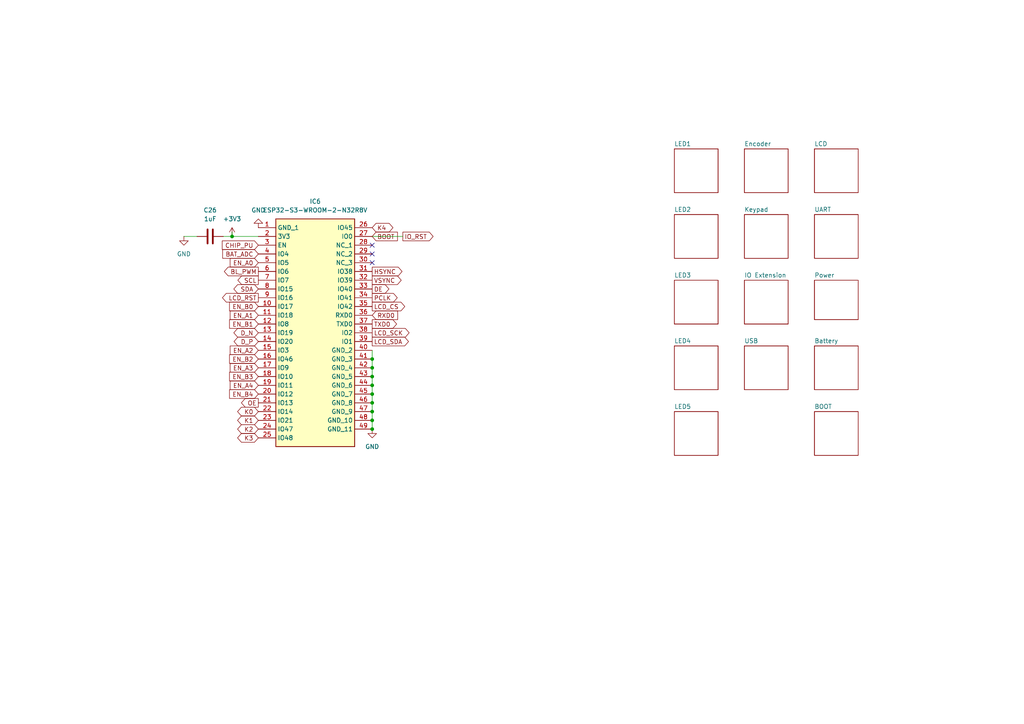
<source format=kicad_sch>
(kicad_sch
	(version 20231120)
	(generator "eeschema")
	(generator_version "8.0")
	(uuid "e4d3289e-0ccf-4dc8-988c-0c08b099df28")
	(paper "A4")
	(lib_symbols
		(symbol "Device:C"
			(pin_numbers hide)
			(pin_names
				(offset 0.254)
			)
			(exclude_from_sim no)
			(in_bom yes)
			(on_board yes)
			(property "Reference" "C"
				(at 0.635 2.54 0)
				(effects
					(font
						(size 1.27 1.27)
					)
					(justify left)
				)
			)
			(property "Value" "C"
				(at 0.635 -2.54 0)
				(effects
					(font
						(size 1.27 1.27)
					)
					(justify left)
				)
			)
			(property "Footprint" ""
				(at 0.9652 -3.81 0)
				(effects
					(font
						(size 1.27 1.27)
					)
					(hide yes)
				)
			)
			(property "Datasheet" "~"
				(at 0 0 0)
				(effects
					(font
						(size 1.27 1.27)
					)
					(hide yes)
				)
			)
			(property "Description" "Unpolarized capacitor"
				(at 0 0 0)
				(effects
					(font
						(size 1.27 1.27)
					)
					(hide yes)
				)
			)
			(property "ki_keywords" "cap capacitor"
				(at 0 0 0)
				(effects
					(font
						(size 1.27 1.27)
					)
					(hide yes)
				)
			)
			(property "ki_fp_filters" "C_*"
				(at 0 0 0)
				(effects
					(font
						(size 1.27 1.27)
					)
					(hide yes)
				)
			)
			(symbol "C_0_1"
				(polyline
					(pts
						(xy -2.032 -0.762) (xy 2.032 -0.762)
					)
					(stroke
						(width 0.508)
						(type default)
					)
					(fill
						(type none)
					)
				)
				(polyline
					(pts
						(xy -2.032 0.762) (xy 2.032 0.762)
					)
					(stroke
						(width 0.508)
						(type default)
					)
					(fill
						(type none)
					)
				)
			)
			(symbol "C_1_1"
				(pin passive line
					(at 0 3.81 270)
					(length 2.794)
					(name "~"
						(effects
							(font
								(size 1.27 1.27)
							)
						)
					)
					(number "1"
						(effects
							(font
								(size 1.27 1.27)
							)
						)
					)
				)
				(pin passive line
					(at 0 -3.81 90)
					(length 2.794)
					(name "~"
						(effects
							(font
								(size 1.27 1.27)
							)
						)
					)
					(number "2"
						(effects
							(font
								(size 1.27 1.27)
							)
						)
					)
				)
			)
		)
		(symbol "ESP32-S3-WROOM-2-N32R8V:ESP32-S3-WROOM-2-N32R8V"
			(exclude_from_sim no)
			(in_bom yes)
			(on_board yes)
			(property "Reference" "IC"
				(at 29.21 7.62 0)
				(effects
					(font
						(size 1.27 1.27)
					)
					(justify left top)
				)
			)
			(property "Value" "ESP32-S3-WROOM-2-N32R8V"
				(at 29.21 5.08 0)
				(effects
					(font
						(size 1.27 1.27)
					)
					(justify left top)
				)
			)
			(property "Footprint" "ESP32S3WROOM2N32R8V"
				(at 29.21 -94.92 0)
				(effects
					(font
						(size 1.27 1.27)
					)
					(justify left top)
					(hide yes)
				)
			)
			(property "Datasheet" "https://www.espressif.com/sites/default/files/documentation/esp32-s3-wroom-2_datasheet_en.pdf"
				(at 29.21 -194.92 0)
				(effects
					(font
						(size 1.27 1.27)
					)
					(justify left top)
					(hide yes)
				)
			)
			(property "Description" "WiFi Modules - 802.11 [ENGINEERING SAMPLES] SMD Module, ESP32-S3R8 with 1.8V 8 MB Octal PSRAM, 32 MB Octal SPI Flash, PCB Antenna"
				(at 0 0 0)
				(effects
					(font
						(size 1.27 1.27)
					)
					(hide yes)
				)
			)
			(property "Height" "3.25"
				(at 29.21 -394.92 0)
				(effects
					(font
						(size 1.27 1.27)
					)
					(justify left top)
					(hide yes)
				)
			)
			(property "Manufacturer_Name" "Espressif Systems"
				(at 29.21 -494.92 0)
				(effects
					(font
						(size 1.27 1.27)
					)
					(justify left top)
					(hide yes)
				)
			)
			(property "Manufacturer_Part_Number" "ESP32-S3-WROOM-2-N32R8V"
				(at 29.21 -594.92 0)
				(effects
					(font
						(size 1.27 1.27)
					)
					(justify left top)
					(hide yes)
				)
			)
			(property "Mouser Part Number" "356-ESP3S3WRM2N32R8V"
				(at 29.21 -694.92 0)
				(effects
					(font
						(size 1.27 1.27)
					)
					(justify left top)
					(hide yes)
				)
			)
			(property "Mouser Price/Stock" "https://www.mouser.co.uk/ProductDetail/Espressif-Systems/ESP32-S3-WROOM-2-N32R8V?qs=Li%252BoUPsLEntC3FaT%2FvCeug%3D%3D"
				(at 29.21 -794.92 0)
				(effects
					(font
						(size 1.27 1.27)
					)
					(justify left top)
					(hide yes)
				)
			)
			(property "Arrow Part Number" ""
				(at 29.21 -894.92 0)
				(effects
					(font
						(size 1.27 1.27)
					)
					(justify left top)
					(hide yes)
				)
			)
			(property "Arrow Price/Stock" ""
				(at 29.21 -994.92 0)
				(effects
					(font
						(size 1.27 1.27)
					)
					(justify left top)
					(hide yes)
				)
			)
			(symbol "ESP32-S3-WROOM-2-N32R8V_1_1"
				(rectangle
					(start 5.08 2.54)
					(end 27.94 -63.5)
					(stroke
						(width 0.254)
						(type default)
					)
					(fill
						(type background)
					)
				)
				(pin passive line
					(at 0 0 0)
					(length 5.08)
					(name "GND_1"
						(effects
							(font
								(size 1.27 1.27)
							)
						)
					)
					(number "1"
						(effects
							(font
								(size 1.27 1.27)
							)
						)
					)
				)
				(pin passive line
					(at 0 -22.86 0)
					(length 5.08)
					(name "IO17"
						(effects
							(font
								(size 1.27 1.27)
							)
						)
					)
					(number "10"
						(effects
							(font
								(size 1.27 1.27)
							)
						)
					)
				)
				(pin passive line
					(at 0 -25.4 0)
					(length 5.08)
					(name "IO18"
						(effects
							(font
								(size 1.27 1.27)
							)
						)
					)
					(number "11"
						(effects
							(font
								(size 1.27 1.27)
							)
						)
					)
				)
				(pin passive line
					(at 0 -27.94 0)
					(length 5.08)
					(name "IO8"
						(effects
							(font
								(size 1.27 1.27)
							)
						)
					)
					(number "12"
						(effects
							(font
								(size 1.27 1.27)
							)
						)
					)
				)
				(pin passive line
					(at 0 -30.48 0)
					(length 5.08)
					(name "IO19"
						(effects
							(font
								(size 1.27 1.27)
							)
						)
					)
					(number "13"
						(effects
							(font
								(size 1.27 1.27)
							)
						)
					)
				)
				(pin passive line
					(at 0 -33.02 0)
					(length 5.08)
					(name "IO20"
						(effects
							(font
								(size 1.27 1.27)
							)
						)
					)
					(number "14"
						(effects
							(font
								(size 1.27 1.27)
							)
						)
					)
				)
				(pin passive line
					(at 0 -35.56 0)
					(length 5.08)
					(name "IO3"
						(effects
							(font
								(size 1.27 1.27)
							)
						)
					)
					(number "15"
						(effects
							(font
								(size 1.27 1.27)
							)
						)
					)
				)
				(pin passive line
					(at 0 -38.1 0)
					(length 5.08)
					(name "IO46"
						(effects
							(font
								(size 1.27 1.27)
							)
						)
					)
					(number "16"
						(effects
							(font
								(size 1.27 1.27)
							)
						)
					)
				)
				(pin passive line
					(at 0 -40.64 0)
					(length 5.08)
					(name "IO9"
						(effects
							(font
								(size 1.27 1.27)
							)
						)
					)
					(number "17"
						(effects
							(font
								(size 1.27 1.27)
							)
						)
					)
				)
				(pin passive line
					(at 0 -43.18 0)
					(length 5.08)
					(name "IO10"
						(effects
							(font
								(size 1.27 1.27)
							)
						)
					)
					(number "18"
						(effects
							(font
								(size 1.27 1.27)
							)
						)
					)
				)
				(pin passive line
					(at 0 -45.72 0)
					(length 5.08)
					(name "IO11"
						(effects
							(font
								(size 1.27 1.27)
							)
						)
					)
					(number "19"
						(effects
							(font
								(size 1.27 1.27)
							)
						)
					)
				)
				(pin passive line
					(at 0 -2.54 0)
					(length 5.08)
					(name "3V3"
						(effects
							(font
								(size 1.27 1.27)
							)
						)
					)
					(number "2"
						(effects
							(font
								(size 1.27 1.27)
							)
						)
					)
				)
				(pin passive line
					(at 0 -48.26 0)
					(length 5.08)
					(name "IO12"
						(effects
							(font
								(size 1.27 1.27)
							)
						)
					)
					(number "20"
						(effects
							(font
								(size 1.27 1.27)
							)
						)
					)
				)
				(pin passive line
					(at 0 -50.8 0)
					(length 5.08)
					(name "IO13"
						(effects
							(font
								(size 1.27 1.27)
							)
						)
					)
					(number "21"
						(effects
							(font
								(size 1.27 1.27)
							)
						)
					)
				)
				(pin passive line
					(at 0 -53.34 0)
					(length 5.08)
					(name "IO14"
						(effects
							(font
								(size 1.27 1.27)
							)
						)
					)
					(number "22"
						(effects
							(font
								(size 1.27 1.27)
							)
						)
					)
				)
				(pin passive line
					(at 0 -55.88 0)
					(length 5.08)
					(name "IO21"
						(effects
							(font
								(size 1.27 1.27)
							)
						)
					)
					(number "23"
						(effects
							(font
								(size 1.27 1.27)
							)
						)
					)
				)
				(pin passive line
					(at 0 -58.42 0)
					(length 5.08)
					(name "IO47"
						(effects
							(font
								(size 1.27 1.27)
							)
						)
					)
					(number "24"
						(effects
							(font
								(size 1.27 1.27)
							)
						)
					)
				)
				(pin passive line
					(at 0 -60.96 0)
					(length 5.08)
					(name "IO48"
						(effects
							(font
								(size 1.27 1.27)
							)
						)
					)
					(number "25"
						(effects
							(font
								(size 1.27 1.27)
							)
						)
					)
				)
				(pin passive line
					(at 33.02 0 180)
					(length 5.08)
					(name "IO45"
						(effects
							(font
								(size 1.27 1.27)
							)
						)
					)
					(number "26"
						(effects
							(font
								(size 1.27 1.27)
							)
						)
					)
				)
				(pin passive line
					(at 33.02 -2.54 180)
					(length 5.08)
					(name "IO0"
						(effects
							(font
								(size 1.27 1.27)
							)
						)
					)
					(number "27"
						(effects
							(font
								(size 1.27 1.27)
							)
						)
					)
				)
				(pin passive line
					(at 33.02 -5.08 180)
					(length 5.08)
					(name "NC_1"
						(effects
							(font
								(size 1.27 1.27)
							)
						)
					)
					(number "28"
						(effects
							(font
								(size 1.27 1.27)
							)
						)
					)
				)
				(pin passive line
					(at 33.02 -7.62 180)
					(length 5.08)
					(name "NC_2"
						(effects
							(font
								(size 1.27 1.27)
							)
						)
					)
					(number "29"
						(effects
							(font
								(size 1.27 1.27)
							)
						)
					)
				)
				(pin passive line
					(at 0 -5.08 0)
					(length 5.08)
					(name "EN"
						(effects
							(font
								(size 1.27 1.27)
							)
						)
					)
					(number "3"
						(effects
							(font
								(size 1.27 1.27)
							)
						)
					)
				)
				(pin passive line
					(at 33.02 -10.16 180)
					(length 5.08)
					(name "NC_3"
						(effects
							(font
								(size 1.27 1.27)
							)
						)
					)
					(number "30"
						(effects
							(font
								(size 1.27 1.27)
							)
						)
					)
				)
				(pin passive line
					(at 33.02 -12.7 180)
					(length 5.08)
					(name "IO38"
						(effects
							(font
								(size 1.27 1.27)
							)
						)
					)
					(number "31"
						(effects
							(font
								(size 1.27 1.27)
							)
						)
					)
				)
				(pin passive line
					(at 33.02 -15.24 180)
					(length 5.08)
					(name "IO39"
						(effects
							(font
								(size 1.27 1.27)
							)
						)
					)
					(number "32"
						(effects
							(font
								(size 1.27 1.27)
							)
						)
					)
				)
				(pin passive line
					(at 33.02 -17.78 180)
					(length 5.08)
					(name "IO40"
						(effects
							(font
								(size 1.27 1.27)
							)
						)
					)
					(number "33"
						(effects
							(font
								(size 1.27 1.27)
							)
						)
					)
				)
				(pin passive line
					(at 33.02 -20.32 180)
					(length 5.08)
					(name "IO41"
						(effects
							(font
								(size 1.27 1.27)
							)
						)
					)
					(number "34"
						(effects
							(font
								(size 1.27 1.27)
							)
						)
					)
				)
				(pin passive line
					(at 33.02 -22.86 180)
					(length 5.08)
					(name "IO42"
						(effects
							(font
								(size 1.27 1.27)
							)
						)
					)
					(number "35"
						(effects
							(font
								(size 1.27 1.27)
							)
						)
					)
				)
				(pin passive line
					(at 33.02 -25.4 180)
					(length 5.08)
					(name "RXD0"
						(effects
							(font
								(size 1.27 1.27)
							)
						)
					)
					(number "36"
						(effects
							(font
								(size 1.27 1.27)
							)
						)
					)
				)
				(pin passive line
					(at 33.02 -27.94 180)
					(length 5.08)
					(name "TXD0"
						(effects
							(font
								(size 1.27 1.27)
							)
						)
					)
					(number "37"
						(effects
							(font
								(size 1.27 1.27)
							)
						)
					)
				)
				(pin passive line
					(at 33.02 -30.48 180)
					(length 5.08)
					(name "IO2"
						(effects
							(font
								(size 1.27 1.27)
							)
						)
					)
					(number "38"
						(effects
							(font
								(size 1.27 1.27)
							)
						)
					)
				)
				(pin passive line
					(at 33.02 -33.02 180)
					(length 5.08)
					(name "IO1"
						(effects
							(font
								(size 1.27 1.27)
							)
						)
					)
					(number "39"
						(effects
							(font
								(size 1.27 1.27)
							)
						)
					)
				)
				(pin passive line
					(at 0 -7.62 0)
					(length 5.08)
					(name "IO4"
						(effects
							(font
								(size 1.27 1.27)
							)
						)
					)
					(number "4"
						(effects
							(font
								(size 1.27 1.27)
							)
						)
					)
				)
				(pin passive line
					(at 33.02 -35.56 180)
					(length 5.08)
					(name "GND_2"
						(effects
							(font
								(size 1.27 1.27)
							)
						)
					)
					(number "40"
						(effects
							(font
								(size 1.27 1.27)
							)
						)
					)
				)
				(pin passive line
					(at 33.02 -38.1 180)
					(length 5.08)
					(name "GND_3"
						(effects
							(font
								(size 1.27 1.27)
							)
						)
					)
					(number "41"
						(effects
							(font
								(size 1.27 1.27)
							)
						)
					)
				)
				(pin passive line
					(at 33.02 -40.64 180)
					(length 5.08)
					(name "GND_4"
						(effects
							(font
								(size 1.27 1.27)
							)
						)
					)
					(number "42"
						(effects
							(font
								(size 1.27 1.27)
							)
						)
					)
				)
				(pin passive line
					(at 33.02 -43.18 180)
					(length 5.08)
					(name "GND_5"
						(effects
							(font
								(size 1.27 1.27)
							)
						)
					)
					(number "43"
						(effects
							(font
								(size 1.27 1.27)
							)
						)
					)
				)
				(pin passive line
					(at 33.02 -45.72 180)
					(length 5.08)
					(name "GND_6"
						(effects
							(font
								(size 1.27 1.27)
							)
						)
					)
					(number "44"
						(effects
							(font
								(size 1.27 1.27)
							)
						)
					)
				)
				(pin passive line
					(at 33.02 -48.26 180)
					(length 5.08)
					(name "GND_7"
						(effects
							(font
								(size 1.27 1.27)
							)
						)
					)
					(number "45"
						(effects
							(font
								(size 1.27 1.27)
							)
						)
					)
				)
				(pin passive line
					(at 33.02 -50.8 180)
					(length 5.08)
					(name "GND_8"
						(effects
							(font
								(size 1.27 1.27)
							)
						)
					)
					(number "46"
						(effects
							(font
								(size 1.27 1.27)
							)
						)
					)
				)
				(pin passive line
					(at 33.02 -53.34 180)
					(length 5.08)
					(name "GND_9"
						(effects
							(font
								(size 1.27 1.27)
							)
						)
					)
					(number "47"
						(effects
							(font
								(size 1.27 1.27)
							)
						)
					)
				)
				(pin passive line
					(at 33.02 -55.88 180)
					(length 5.08)
					(name "GND_10"
						(effects
							(font
								(size 1.27 1.27)
							)
						)
					)
					(number "48"
						(effects
							(font
								(size 1.27 1.27)
							)
						)
					)
				)
				(pin passive line
					(at 33.02 -58.42 180)
					(length 5.08)
					(name "GND_11"
						(effects
							(font
								(size 1.27 1.27)
							)
						)
					)
					(number "49"
						(effects
							(font
								(size 1.27 1.27)
							)
						)
					)
				)
				(pin passive line
					(at 0 -10.16 0)
					(length 5.08)
					(name "IO5"
						(effects
							(font
								(size 1.27 1.27)
							)
						)
					)
					(number "5"
						(effects
							(font
								(size 1.27 1.27)
							)
						)
					)
				)
				(pin passive line
					(at 0 -12.7 0)
					(length 5.08)
					(name "IO6"
						(effects
							(font
								(size 1.27 1.27)
							)
						)
					)
					(number "6"
						(effects
							(font
								(size 1.27 1.27)
							)
						)
					)
				)
				(pin passive line
					(at 0 -15.24 0)
					(length 5.08)
					(name "IO7"
						(effects
							(font
								(size 1.27 1.27)
							)
						)
					)
					(number "7"
						(effects
							(font
								(size 1.27 1.27)
							)
						)
					)
				)
				(pin passive line
					(at 0 -17.78 0)
					(length 5.08)
					(name "IO15"
						(effects
							(font
								(size 1.27 1.27)
							)
						)
					)
					(number "8"
						(effects
							(font
								(size 1.27 1.27)
							)
						)
					)
				)
				(pin passive line
					(at 0 -20.32 0)
					(length 5.08)
					(name "IO16"
						(effects
							(font
								(size 1.27 1.27)
							)
						)
					)
					(number "9"
						(effects
							(font
								(size 1.27 1.27)
							)
						)
					)
				)
			)
		)
		(symbol "power:+3V3"
			(power)
			(pin_numbers hide)
			(pin_names
				(offset 0) hide)
			(exclude_from_sim no)
			(in_bom yes)
			(on_board yes)
			(property "Reference" "#PWR"
				(at 0 -3.81 0)
				(effects
					(font
						(size 1.27 1.27)
					)
					(hide yes)
				)
			)
			(property "Value" "+3V3"
				(at 0 3.556 0)
				(effects
					(font
						(size 1.27 1.27)
					)
				)
			)
			(property "Footprint" ""
				(at 0 0 0)
				(effects
					(font
						(size 1.27 1.27)
					)
					(hide yes)
				)
			)
			(property "Datasheet" ""
				(at 0 0 0)
				(effects
					(font
						(size 1.27 1.27)
					)
					(hide yes)
				)
			)
			(property "Description" "Power symbol creates a global label with name \"+3V3\""
				(at 0 0 0)
				(effects
					(font
						(size 1.27 1.27)
					)
					(hide yes)
				)
			)
			(property "ki_keywords" "global power"
				(at 0 0 0)
				(effects
					(font
						(size 1.27 1.27)
					)
					(hide yes)
				)
			)
			(symbol "+3V3_0_1"
				(polyline
					(pts
						(xy -0.762 1.27) (xy 0 2.54)
					)
					(stroke
						(width 0)
						(type default)
					)
					(fill
						(type none)
					)
				)
				(polyline
					(pts
						(xy 0 0) (xy 0 2.54)
					)
					(stroke
						(width 0)
						(type default)
					)
					(fill
						(type none)
					)
				)
				(polyline
					(pts
						(xy 0 2.54) (xy 0.762 1.27)
					)
					(stroke
						(width 0)
						(type default)
					)
					(fill
						(type none)
					)
				)
			)
			(symbol "+3V3_1_1"
				(pin power_in line
					(at 0 0 90)
					(length 0)
					(name "~"
						(effects
							(font
								(size 1.27 1.27)
							)
						)
					)
					(number "1"
						(effects
							(font
								(size 1.27 1.27)
							)
						)
					)
				)
			)
		)
		(symbol "power:GND"
			(power)
			(pin_numbers hide)
			(pin_names
				(offset 0) hide)
			(exclude_from_sim no)
			(in_bom yes)
			(on_board yes)
			(property "Reference" "#PWR"
				(at 0 -6.35 0)
				(effects
					(font
						(size 1.27 1.27)
					)
					(hide yes)
				)
			)
			(property "Value" "GND"
				(at 0 -3.81 0)
				(effects
					(font
						(size 1.27 1.27)
					)
				)
			)
			(property "Footprint" ""
				(at 0 0 0)
				(effects
					(font
						(size 1.27 1.27)
					)
					(hide yes)
				)
			)
			(property "Datasheet" ""
				(at 0 0 0)
				(effects
					(font
						(size 1.27 1.27)
					)
					(hide yes)
				)
			)
			(property "Description" "Power symbol creates a global label with name \"GND\" , ground"
				(at 0 0 0)
				(effects
					(font
						(size 1.27 1.27)
					)
					(hide yes)
				)
			)
			(property "ki_keywords" "global power"
				(at 0 0 0)
				(effects
					(font
						(size 1.27 1.27)
					)
					(hide yes)
				)
			)
			(symbol "GND_0_1"
				(polyline
					(pts
						(xy 0 0) (xy 0 -1.27) (xy 1.27 -1.27) (xy 0 -2.54) (xy -1.27 -1.27) (xy 0 -1.27)
					)
					(stroke
						(width 0)
						(type default)
					)
					(fill
						(type none)
					)
				)
			)
			(symbol "GND_1_1"
				(pin power_in line
					(at 0 0 270)
					(length 0)
					(name "~"
						(effects
							(font
								(size 1.27 1.27)
							)
						)
					)
					(number "1"
						(effects
							(font
								(size 1.27 1.27)
							)
						)
					)
				)
			)
		)
	)
	(junction
		(at 107.95 114.3)
		(diameter 0)
		(color 0 0 0 0)
		(uuid "0cffcfeb-5993-4ef9-95e0-2e9d844861fd")
	)
	(junction
		(at 107.95 104.14)
		(diameter 0)
		(color 0 0 0 0)
		(uuid "18aae4c8-8742-4c63-b196-6f4362b1ce12")
	)
	(junction
		(at 67.31 68.58)
		(diameter 0)
		(color 0 0 0 0)
		(uuid "25ec7d16-1bbe-4771-b9a9-d8232b228068")
	)
	(junction
		(at 107.95 109.22)
		(diameter 0)
		(color 0 0 0 0)
		(uuid "286b5f8d-9d28-4b8f-9e11-8b1f86aa47d0")
	)
	(junction
		(at 107.95 111.76)
		(diameter 0)
		(color 0 0 0 0)
		(uuid "45f1e8e5-9c5b-42ef-960f-06f14643dc7f")
	)
	(junction
		(at 107.95 119.38)
		(diameter 0)
		(color 0 0 0 0)
		(uuid "54154ad0-cd38-4516-b930-351eb2ecbc2b")
	)
	(junction
		(at 107.95 116.84)
		(diameter 0)
		(color 0 0 0 0)
		(uuid "8a20b3fc-1c20-4cf5-aed0-07b4b3ea096d")
	)
	(junction
		(at 107.95 121.92)
		(diameter 0)
		(color 0 0 0 0)
		(uuid "a473aea1-b356-4f39-aaeb-09c0391ad7da")
	)
	(junction
		(at 107.95 124.46)
		(diameter 0)
		(color 0 0 0 0)
		(uuid "b9daaf49-5ab4-4123-be03-a8662e4edd24")
	)
	(junction
		(at 107.95 106.68)
		(diameter 0)
		(color 0 0 0 0)
		(uuid "fe59189b-1347-42d9-874e-fffaa7bf2c8e")
	)
	(no_connect
		(at 107.95 76.2)
		(uuid "01c7fca9-734a-483f-9428-7dd17c0583c6")
	)
	(no_connect
		(at 107.95 73.66)
		(uuid "1efa7987-6b4c-495f-a4f3-c85f7d8b36ea")
	)
	(no_connect
		(at 107.95 71.12)
		(uuid "743d4728-b4e7-472d-95c8-18ee8fd59a24")
	)
	(wire
		(pts
			(xy 107.95 109.22) (xy 107.95 111.76)
		)
		(stroke
			(width 0)
			(type default)
		)
		(uuid "017c96c0-1259-41dc-9e40-bc6053e1013e")
	)
	(wire
		(pts
			(xy 107.95 116.84) (xy 107.95 119.38)
		)
		(stroke
			(width 0)
			(type default)
		)
		(uuid "02948530-d9e3-4d80-9ae8-73036fd5f68b")
	)
	(wire
		(pts
			(xy 107.95 68.58) (xy 116.84 68.58)
		)
		(stroke
			(width 0)
			(type default)
		)
		(uuid "18f00b31-09b2-484c-9550-e32b8cea3bf1")
	)
	(wire
		(pts
			(xy 107.95 106.68) (xy 107.95 109.22)
		)
		(stroke
			(width 0)
			(type default)
		)
		(uuid "70b1a822-847b-4c55-812b-ab4370bd3667")
	)
	(wire
		(pts
			(xy 107.95 121.92) (xy 107.95 124.46)
		)
		(stroke
			(width 0)
			(type default)
		)
		(uuid "71287df3-2ae9-4d24-91df-9a205eaaf458")
	)
	(wire
		(pts
			(xy 57.15 68.58) (xy 53.34 68.58)
		)
		(stroke
			(width 0)
			(type default)
		)
		(uuid "76de95b0-786d-4fdf-8010-7090e1aa81d0")
	)
	(wire
		(pts
			(xy 107.95 114.3) (xy 107.95 116.84)
		)
		(stroke
			(width 0)
			(type default)
		)
		(uuid "79b190c1-7de9-48aa-ba5c-51aeb90f7ac2")
	)
	(wire
		(pts
			(xy 107.95 104.14) (xy 107.95 106.68)
		)
		(stroke
			(width 0)
			(type default)
		)
		(uuid "8a74efc4-0abf-4102-812c-147a4b02298b")
	)
	(wire
		(pts
			(xy 67.31 67.31) (xy 67.31 68.58)
		)
		(stroke
			(width 0)
			(type default)
		)
		(uuid "8d487ad3-b84b-44f4-8137-c5c18c4e751d")
	)
	(wire
		(pts
			(xy 107.95 119.38) (xy 107.95 121.92)
		)
		(stroke
			(width 0)
			(type default)
		)
		(uuid "a29fd5d2-e963-4477-b043-81a51a8e5322")
	)
	(wire
		(pts
			(xy 67.31 68.58) (xy 74.93 68.58)
		)
		(stroke
			(width 0)
			(type default)
		)
		(uuid "d7c3d82a-59c9-4af7-b42c-bcd590513c03")
	)
	(wire
		(pts
			(xy 107.95 111.76) (xy 107.95 114.3)
		)
		(stroke
			(width 0)
			(type default)
		)
		(uuid "d827c09c-786a-4767-b5e1-596b5648f912")
	)
	(wire
		(pts
			(xy 107.95 101.6) (xy 107.95 104.14)
		)
		(stroke
			(width 0)
			(type default)
		)
		(uuid "f4bc56c1-7134-4dce-a6c8-21b62ef4d0fd")
	)
	(wire
		(pts
			(xy 64.77 68.58) (xy 67.31 68.58)
		)
		(stroke
			(width 0)
			(type default)
		)
		(uuid "fbaed0cf-1af6-4364-b503-8c14aaf5a103")
	)
	(global_label "PCLK"
		(shape output)
		(at 107.95 86.36 0)
		(fields_autoplaced yes)
		(effects
			(font
				(size 1.27 1.27)
			)
			(justify left)
		)
		(uuid "01b84038-323d-4425-86d8-267e14d3e921")
		(property "Intersheetrefs" "${INTERSHEET_REFS}"
			(at 115.7733 86.36 0)
			(effects
				(font
					(size 1.27 1.27)
				)
				(justify left)
				(hide yes)
			)
		)
	)
	(global_label "BOOT"
		(shape input)
		(at 107.95 68.58 0)
		(fields_autoplaced yes)
		(effects
			(font
				(size 1.27 1.27)
			)
			(justify left)
		)
		(uuid "0eefe6b2-fed7-4aba-8f2f-1353146d50ff")
		(property "Intersheetrefs" "${INTERSHEET_REFS}"
			(at 115.8338 68.58 0)
			(effects
				(font
					(size 1.27 1.27)
				)
				(justify left)
				(hide yes)
			)
		)
	)
	(global_label "K3"
		(shape bidirectional)
		(at 74.93 127 180)
		(fields_autoplaced yes)
		(effects
			(font
				(size 1.27 1.27)
			)
			(justify right)
		)
		(uuid "1932c6b9-08c5-4153-bb20-86d4b40bb187")
		(property "Intersheetrefs" "${INTERSHEET_REFS}"
			(at 68.354 127 0)
			(effects
				(font
					(size 1.27 1.27)
				)
				(justify right)
				(hide yes)
			)
		)
	)
	(global_label "EN_A3"
		(shape input)
		(at 74.93 106.68 180)
		(fields_autoplaced yes)
		(effects
			(font
				(size 1.27 1.27)
			)
			(justify right)
		)
		(uuid "1f1f7458-675b-41c5-886b-4b916916d7c5")
		(property "Intersheetrefs" "${INTERSHEET_REFS}"
			(at 66.1996 106.68 0)
			(effects
				(font
					(size 1.27 1.27)
				)
				(justify right)
				(hide yes)
			)
		)
	)
	(global_label "HSYNC"
		(shape output)
		(at 107.95 78.74 0)
		(fields_autoplaced yes)
		(effects
			(font
				(size 1.27 1.27)
			)
			(justify left)
		)
		(uuid "28f622bf-35c3-48df-9114-d4038ee8ad5b")
		(property "Intersheetrefs" "${INTERSHEET_REFS}"
			(at 117.1643 78.74 0)
			(effects
				(font
					(size 1.27 1.27)
				)
				(justify left)
				(hide yes)
			)
		)
	)
	(global_label "EN_B1"
		(shape input)
		(at 74.93 93.98 180)
		(fields_autoplaced yes)
		(effects
			(font
				(size 1.27 1.27)
			)
			(justify right)
		)
		(uuid "36be0918-aa29-4f7f-be5d-da4a04b27727")
		(property "Intersheetrefs" "${INTERSHEET_REFS}"
			(at 66.0182 93.98 0)
			(effects
				(font
					(size 1.27 1.27)
				)
				(justify right)
				(hide yes)
			)
		)
	)
	(global_label "LCD_SDA"
		(shape output)
		(at 107.95 99.06 0)
		(fields_autoplaced yes)
		(effects
			(font
				(size 1.27 1.27)
			)
			(justify left)
		)
		(uuid "3d3d2893-c43b-41af-a9eb-0e8cb925296a")
		(property "Intersheetrefs" "${INTERSHEET_REFS}"
			(at 119.039 99.06 0)
			(effects
				(font
					(size 1.27 1.27)
				)
				(justify left)
				(hide yes)
			)
		)
	)
	(global_label "TXD0"
		(shape output)
		(at 107.95 93.98 0)
		(fields_autoplaced yes)
		(effects
			(font
				(size 1.27 1.27)
			)
			(justify left)
		)
		(uuid "3e3fa2bd-ada0-478a-b131-421d66a4c8f3")
		(property "Intersheetrefs" "${INTERSHEET_REFS}"
			(at 115.5918 93.98 0)
			(effects
				(font
					(size 1.27 1.27)
				)
				(justify left)
				(hide yes)
			)
		)
	)
	(global_label "CHIP_PU"
		(shape input)
		(at 74.93 71.12 180)
		(fields_autoplaced yes)
		(effects
			(font
				(size 1.27 1.27)
			)
			(justify right)
		)
		(uuid "3f013e86-455a-413c-9c13-b4cc94cc4711")
		(property "Intersheetrefs" "${INTERSHEET_REFS}"
			(at 63.9014 71.12 0)
			(effects
				(font
					(size 1.27 1.27)
				)
				(justify right)
				(hide yes)
			)
		)
	)
	(global_label "BL_PWM"
		(shape output)
		(at 74.93 78.74 180)
		(fields_autoplaced yes)
		(effects
			(font
				(size 1.27 1.27)
			)
			(justify right)
		)
		(uuid "41fdb93d-d63c-42b3-a349-57ad47f2a628")
		(property "Intersheetrefs" "${INTERSHEET_REFS}"
			(at 64.5063 78.74 0)
			(effects
				(font
					(size 1.27 1.27)
				)
				(justify right)
				(hide yes)
			)
		)
	)
	(global_label "D_P"
		(shape bidirectional)
		(at 74.93 99.06 180)
		(fields_autoplaced yes)
		(effects
			(font
				(size 1.27 1.27)
			)
			(justify right)
		)
		(uuid "444c1542-3268-4e12-ac0d-587568997cd0")
		(property "Intersheetrefs" "${INTERSHEET_REFS}"
			(at 67.3259 99.06 0)
			(effects
				(font
					(size 1.27 1.27)
				)
				(justify right)
				(hide yes)
			)
		)
	)
	(global_label "EN_B4"
		(shape input)
		(at 74.93 114.3 180)
		(fields_autoplaced yes)
		(effects
			(font
				(size 1.27 1.27)
			)
			(justify right)
		)
		(uuid "4b7396e9-6886-4c38-a826-402f487fe0b6")
		(property "Intersheetrefs" "${INTERSHEET_REFS}"
			(at 66.0182 114.3 0)
			(effects
				(font
					(size 1.27 1.27)
				)
				(justify right)
				(hide yes)
			)
		)
	)
	(global_label "RXD0"
		(shape input)
		(at 107.95 91.44 0)
		(fields_autoplaced yes)
		(effects
			(font
				(size 1.27 1.27)
			)
			(justify left)
		)
		(uuid "5a2d784d-a759-42b3-be44-3b8192dc4383")
		(property "Intersheetrefs" "${INTERSHEET_REFS}"
			(at 115.8942 91.44 0)
			(effects
				(font
					(size 1.27 1.27)
				)
				(justify left)
				(hide yes)
			)
		)
	)
	(global_label "EN_A2"
		(shape input)
		(at 74.93 101.6 180)
		(fields_autoplaced yes)
		(effects
			(font
				(size 1.27 1.27)
			)
			(justify right)
		)
		(uuid "6b19124b-85c7-4e93-975c-dba4a3d3134d")
		(property "Intersheetrefs" "${INTERSHEET_REFS}"
			(at 66.1996 101.6 0)
			(effects
				(font
					(size 1.27 1.27)
				)
				(justify right)
				(hide yes)
			)
		)
	)
	(global_label "EN_B2"
		(shape input)
		(at 74.93 104.14 180)
		(fields_autoplaced yes)
		(effects
			(font
				(size 1.27 1.27)
			)
			(justify right)
		)
		(uuid "71003a04-69e8-48f9-aed7-6d86057b86fd")
		(property "Intersheetrefs" "${INTERSHEET_REFS}"
			(at 66.0182 104.14 0)
			(effects
				(font
					(size 1.27 1.27)
				)
				(justify right)
				(hide yes)
			)
		)
	)
	(global_label "OE"
		(shape output)
		(at 74.93 116.84 180)
		(fields_autoplaced yes)
		(effects
			(font
				(size 1.27 1.27)
			)
			(justify right)
		)
		(uuid "720dd4fe-3cf5-4ade-945e-2cb0c6773bf7")
		(property "Intersheetrefs" "${INTERSHEET_REFS}"
			(at 69.4653 116.84 0)
			(effects
				(font
					(size 1.27 1.27)
				)
				(justify right)
				(hide yes)
			)
		)
	)
	(global_label "EN_A1"
		(shape input)
		(at 74.93 91.44 180)
		(fields_autoplaced yes)
		(effects
			(font
				(size 1.27 1.27)
			)
			(justify right)
		)
		(uuid "860482dd-c852-4720-ac69-41aa9646421f")
		(property "Intersheetrefs" "${INTERSHEET_REFS}"
			(at 66.1996 91.44 0)
			(effects
				(font
					(size 1.27 1.27)
				)
				(justify right)
				(hide yes)
			)
		)
	)
	(global_label "LCD_RST"
		(shape output)
		(at 74.93 86.36 180)
		(fields_autoplaced yes)
		(effects
			(font
				(size 1.27 1.27)
			)
			(justify right)
		)
		(uuid "a672884b-7a9c-48b1-84bb-eeb4f6ce94d4")
		(property "Intersheetrefs" "${INTERSHEET_REFS}"
			(at 63.962 86.36 0)
			(effects
				(font
					(size 1.27 1.27)
				)
				(justify right)
				(hide yes)
			)
		)
	)
	(global_label "SDA"
		(shape bidirectional)
		(at 74.93 83.82 180)
		(fields_autoplaced yes)
		(effects
			(font
				(size 1.27 1.27)
			)
			(justify right)
		)
		(uuid "a807496c-1213-4aa5-a3f7-01321e71cffb")
		(property "Intersheetrefs" "${INTERSHEET_REFS}"
			(at 67.2654 83.82 0)
			(effects
				(font
					(size 1.27 1.27)
				)
				(justify right)
				(hide yes)
			)
		)
	)
	(global_label "LCD_SCK"
		(shape output)
		(at 107.95 96.52 0)
		(fields_autoplaced yes)
		(effects
			(font
				(size 1.27 1.27)
			)
			(justify left)
		)
		(uuid "b552f056-8748-41c2-8f6b-c09f25d7ddb3")
		(property "Intersheetrefs" "${INTERSHEET_REFS}"
			(at 119.2204 96.52 0)
			(effects
				(font
					(size 1.27 1.27)
				)
				(justify left)
				(hide yes)
			)
		)
	)
	(global_label "K0"
		(shape bidirectional)
		(at 74.93 119.38 180)
		(fields_autoplaced yes)
		(effects
			(font
				(size 1.27 1.27)
			)
			(justify right)
		)
		(uuid "b8dc2dcb-a1b8-4aef-be05-3b00d7d30f51")
		(property "Intersheetrefs" "${INTERSHEET_REFS}"
			(at 68.354 119.38 0)
			(effects
				(font
					(size 1.27 1.27)
				)
				(justify right)
				(hide yes)
			)
		)
	)
	(global_label "BAT_ADC"
		(shape input)
		(at 74.93 73.66 180)
		(fields_autoplaced yes)
		(effects
			(font
				(size 1.27 1.27)
			)
			(justify right)
		)
		(uuid "bcddbc41-20aa-4bd0-a52c-497f34daf314")
		(property "Intersheetrefs" "${INTERSHEET_REFS}"
			(at 64.0224 73.66 0)
			(effects
				(font
					(size 1.27 1.27)
				)
				(justify right)
				(hide yes)
			)
		)
	)
	(global_label "EN_A4"
		(shape input)
		(at 74.93 111.76 180)
		(fields_autoplaced yes)
		(effects
			(font
				(size 1.27 1.27)
			)
			(justify right)
		)
		(uuid "bdab74a6-8b8d-474a-9cd1-f2ced3c39e93")
		(property "Intersheetrefs" "${INTERSHEET_REFS}"
			(at 66.1996 111.76 0)
			(effects
				(font
					(size 1.27 1.27)
				)
				(justify right)
				(hide yes)
			)
		)
	)
	(global_label "SCL"
		(shape output)
		(at 74.93 81.28 180)
		(fields_autoplaced yes)
		(effects
			(font
				(size 1.27 1.27)
			)
			(justify right)
		)
		(uuid "bdfaa1cf-a6be-4a2c-96af-4115eb684d28")
		(property "Intersheetrefs" "${INTERSHEET_REFS}"
			(at 68.4372 81.28 0)
			(effects
				(font
					(size 1.27 1.27)
				)
				(justify right)
				(hide yes)
			)
		)
	)
	(global_label "EN_A0"
		(shape input)
		(at 74.93 76.2 180)
		(fields_autoplaced yes)
		(effects
			(font
				(size 1.27 1.27)
			)
			(justify right)
		)
		(uuid "c1224ec0-7e6c-4412-8b2e-12d71b888233")
		(property "Intersheetrefs" "${INTERSHEET_REFS}"
			(at 66.1996 76.2 0)
			(effects
				(font
					(size 1.27 1.27)
				)
				(justify right)
				(hide yes)
			)
		)
	)
	(global_label "D_N"
		(shape bidirectional)
		(at 74.93 96.52 180)
		(fields_autoplaced yes)
		(effects
			(font
				(size 1.27 1.27)
			)
			(justify right)
		)
		(uuid "c974e48f-015c-4a3c-8e68-4f27db8430d9")
		(property "Intersheetrefs" "${INTERSHEET_REFS}"
			(at 67.2654 96.52 0)
			(effects
				(font
					(size 1.27 1.27)
				)
				(justify right)
				(hide yes)
			)
		)
	)
	(global_label "K2"
		(shape bidirectional)
		(at 74.93 124.46 180)
		(fields_autoplaced yes)
		(effects
			(font
				(size 1.27 1.27)
			)
			(justify right)
		)
		(uuid "d59df4e3-8c71-4d69-820b-9d09c7ca7db4")
		(property "Intersheetrefs" "${INTERSHEET_REFS}"
			(at 68.354 124.46 0)
			(effects
				(font
					(size 1.27 1.27)
				)
				(justify right)
				(hide yes)
			)
		)
	)
	(global_label "EN_B0"
		(shape input)
		(at 74.93 88.9 180)
		(fields_autoplaced yes)
		(effects
			(font
				(size 1.27 1.27)
			)
			(justify right)
		)
		(uuid "d7b88a6a-6555-47b9-8701-cc39cb4a2516")
		(property "Intersheetrefs" "${INTERSHEET_REFS}"
			(at 66.0182 88.9 0)
			(effects
				(font
					(size 1.27 1.27)
				)
				(justify right)
				(hide yes)
			)
		)
	)
	(global_label "LCD_CS"
		(shape output)
		(at 107.95 88.9 0)
		(fields_autoplaced yes)
		(effects
			(font
				(size 1.27 1.27)
			)
			(justify left)
		)
		(uuid "da3274d1-895e-49a7-980c-d836b42d7473")
		(property "Intersheetrefs" "${INTERSHEET_REFS}"
			(at 117.9504 88.9 0)
			(effects
				(font
					(size 1.27 1.27)
				)
				(justify left)
				(hide yes)
			)
		)
	)
	(global_label "EN_B3"
		(shape input)
		(at 74.93 109.22 180)
		(fields_autoplaced yes)
		(effects
			(font
				(size 1.27 1.27)
			)
			(justify right)
		)
		(uuid "daa70389-4614-49d3-8723-3d8e0b296cba")
		(property "Intersheetrefs" "${INTERSHEET_REFS}"
			(at 66.0182 109.22 0)
			(effects
				(font
					(size 1.27 1.27)
				)
				(justify right)
				(hide yes)
			)
		)
	)
	(global_label "K4"
		(shape bidirectional)
		(at 107.95 66.04 0)
		(fields_autoplaced yes)
		(effects
			(font
				(size 1.27 1.27)
			)
			(justify left)
		)
		(uuid "e4d0e25d-b30a-4242-b753-549a6578756a")
		(property "Intersheetrefs" "${INTERSHEET_REFS}"
			(at 114.526 66.04 0)
			(effects
				(font
					(size 1.27 1.27)
				)
				(justify left)
				(hide yes)
			)
		)
	)
	(global_label "K1"
		(shape bidirectional)
		(at 74.93 121.92 180)
		(fields_autoplaced yes)
		(effects
			(font
				(size 1.27 1.27)
			)
			(justify right)
		)
		(uuid "e7500e54-12ae-4a37-90df-cd7d8f89b73c")
		(property "Intersheetrefs" "${INTERSHEET_REFS}"
			(at 68.354 121.92 0)
			(effects
				(font
					(size 1.27 1.27)
				)
				(justify right)
				(hide yes)
			)
		)
	)
	(global_label "DE"
		(shape output)
		(at 107.95 83.82 0)
		(fields_autoplaced yes)
		(effects
			(font
				(size 1.27 1.27)
			)
			(justify left)
		)
		(uuid "ed893b96-2ef0-49e4-aa7d-6f6178c18f2b")
		(property "Intersheetrefs" "${INTERSHEET_REFS}"
			(at 113.3542 83.82 0)
			(effects
				(font
					(size 1.27 1.27)
				)
				(justify left)
				(hide yes)
			)
		)
	)
	(global_label "IO_RST"
		(shape output)
		(at 116.84 68.58 0)
		(fields_autoplaced yes)
		(effects
			(font
				(size 1.27 1.27)
			)
			(justify left)
		)
		(uuid "eebcccc7-380a-49cd-9f59-83e0522ddc59")
		(property "Intersheetrefs" "${INTERSHEET_REFS}"
			(at 126.1752 68.58 0)
			(effects
				(font
					(size 1.27 1.27)
				)
				(justify left)
				(hide yes)
			)
		)
	)
	(global_label "VSYNC"
		(shape output)
		(at 107.95 81.28 0)
		(fields_autoplaced yes)
		(effects
			(font
				(size 1.27 1.27)
			)
			(justify left)
		)
		(uuid "fb149ae8-dca2-459c-8a24-d205735219ea")
		(property "Intersheetrefs" "${INTERSHEET_REFS}"
			(at 116.9224 81.28 0)
			(effects
				(font
					(size 1.27 1.27)
				)
				(justify left)
				(hide yes)
			)
		)
	)
	(symbol
		(lib_id "power:GND")
		(at 74.93 66.04 180)
		(unit 1)
		(exclude_from_sim no)
		(in_bom yes)
		(on_board yes)
		(dnp no)
		(fields_autoplaced yes)
		(uuid "11d4d419-cddf-4e82-9bca-5741192ea92a")
		(property "Reference" "#PWR034"
			(at 74.93 59.69 0)
			(effects
				(font
					(size 1.27 1.27)
				)
				(hide yes)
			)
		)
		(property "Value" "GND"
			(at 74.93 60.96 0)
			(effects
				(font
					(size 1.27 1.27)
				)
			)
		)
		(property "Footprint" ""
			(at 74.93 66.04 0)
			(effects
				(font
					(size 1.27 1.27)
				)
				(hide yes)
			)
		)
		(property "Datasheet" ""
			(at 74.93 66.04 0)
			(effects
				(font
					(size 1.27 1.27)
				)
				(hide yes)
			)
		)
		(property "Description" "Power symbol creates a global label with name \"GND\" , ground"
			(at 74.93 66.04 0)
			(effects
				(font
					(size 1.27 1.27)
				)
				(hide yes)
			)
		)
		(pin "1"
			(uuid "210cfa50-0a32-4159-ac51-bcfb266f2d3d")
		)
		(instances
			(project ""
				(path "/e4d3289e-0ccf-4dc8-988c-0c08b099df28"
					(reference "#PWR034")
					(unit 1)
				)
			)
		)
	)
	(symbol
		(lib_id "ESP32-S3-WROOM-2-N32R8V:ESP32-S3-WROOM-2-N32R8V")
		(at 74.93 66.04 0)
		(unit 1)
		(exclude_from_sim no)
		(in_bom yes)
		(on_board yes)
		(dnp no)
		(fields_autoplaced yes)
		(uuid "6b928ee9-7bab-48dd-adf1-6c1a224160e5")
		(property "Reference" "IC6"
			(at 91.44 58.42 0)
			(effects
				(font
					(size 1.27 1.27)
				)
			)
		)
		(property "Value" "ESP32-S3-WROOM-2-N32R8V"
			(at 91.44 60.96 0)
			(effects
				(font
					(size 1.27 1.27)
				)
			)
		)
		(property "Footprint" "ESP32S3WROOM2N32R8V"
			(at 104.14 160.96 0)
			(effects
				(font
					(size 1.27 1.27)
				)
				(justify left top)
				(hide yes)
			)
		)
		(property "Datasheet" "https://www.espressif.com/sites/default/files/documentation/esp32-s3-wroom-2_datasheet_en.pdf"
			(at 104.14 260.96 0)
			(effects
				(font
					(size 1.27 1.27)
				)
				(justify left top)
				(hide yes)
			)
		)
		(property "Description" "WiFi Modules - 802.11 [ENGINEERING SAMPLES] SMD Module, ESP32-S3R8 with 1.8V 8 MB Octal PSRAM, 32 MB Octal SPI Flash, PCB Antenna"
			(at 74.93 66.04 0)
			(effects
				(font
					(size 1.27 1.27)
				)
				(hide yes)
			)
		)
		(property "Height" "3.25"
			(at 104.14 460.96 0)
			(effects
				(font
					(size 1.27 1.27)
				)
				(justify left top)
				(hide yes)
			)
		)
		(property "Manufacturer_Name" "Espressif Systems"
			(at 104.14 560.96 0)
			(effects
				(font
					(size 1.27 1.27)
				)
				(justify left top)
				(hide yes)
			)
		)
		(property "Manufacturer_Part_Number" "ESP32-S3-WROOM-2-N32R8V"
			(at 104.14 660.96 0)
			(effects
				(font
					(size 1.27 1.27)
				)
				(justify left top)
				(hide yes)
			)
		)
		(property "Mouser Part Number" "356-ESP3S3WRM2N32R8V"
			(at 104.14 760.96 0)
			(effects
				(font
					(size 1.27 1.27)
				)
				(justify left top)
				(hide yes)
			)
		)
		(property "Mouser Price/Stock" "https://www.mouser.co.uk/ProductDetail/Espressif-Systems/ESP32-S3-WROOM-2-N32R8V?qs=Li%252BoUPsLEntC3FaT%2FvCeug%3D%3D"
			(at 104.14 860.96 0)
			(effects
				(font
					(size 1.27 1.27)
				)
				(justify left top)
				(hide yes)
			)
		)
		(property "Arrow Part Number" ""
			(at 104.14 960.96 0)
			(effects
				(font
					(size 1.27 1.27)
				)
				(justify left top)
				(hide yes)
			)
		)
		(property "Arrow Price/Stock" ""
			(at 104.14 1060.96 0)
			(effects
				(font
					(size 1.27 1.27)
				)
				(justify left top)
				(hide yes)
			)
		)
		(pin "19"
			(uuid "f2cfc00b-e7a9-498d-b510-3ba22c3758b7")
		)
		(pin "32"
			(uuid "68ec059a-ab74-4f3f-b7dd-27991eb536e5")
		)
		(pin "42"
			(uuid "d89c5969-e8aa-4010-825a-7de938788819")
		)
		(pin "16"
			(uuid "46851f47-5fa1-4b3b-a3ee-20417d28edbe")
		)
		(pin "29"
			(uuid "5c0a8612-8a41-43a7-b2b5-28dd1730dc7e")
		)
		(pin "43"
			(uuid "7aff4471-5bbc-437d-9e15-9d7a91ec56d1")
		)
		(pin "45"
			(uuid "6aefb968-f290-4cbb-bb92-54b75ab0eb56")
		)
		(pin "35"
			(uuid "51ab389d-fe9a-4ba5-850f-eb418df08ba3")
		)
		(pin "24"
			(uuid "c24adefd-5f1c-4de2-9269-6fee90699375")
		)
		(pin "44"
			(uuid "c2938c8a-70e1-4128-a672-52a7e22b9bc7")
		)
		(pin "47"
			(uuid "cc8c4b0b-bfbe-43cb-8566-05f93161015c")
		)
		(pin "28"
			(uuid "39910919-1a49-45d9-be8f-bb4f6bfe0054")
		)
		(pin "48"
			(uuid "13b53b48-a7fe-4fa2-804d-72376ea53929")
		)
		(pin "17"
			(uuid "a3af19af-4862-40bd-aecf-470219d4a08a")
		)
		(pin "11"
			(uuid "cc5b250e-35fb-478c-a3cf-0729ff667d14")
		)
		(pin "30"
			(uuid "864aa64d-4058-48fd-9b30-d8fb23a37d88")
		)
		(pin "39"
			(uuid "23a78d06-03f4-4183-9447-a1ab710f0787")
		)
		(pin "40"
			(uuid "110f8ffe-c181-4a6e-9391-40e870cc83dd")
		)
		(pin "46"
			(uuid "47c7f165-341f-488d-b2f7-cd100a575666")
		)
		(pin "15"
			(uuid "90003d14-e42b-4e4a-b5ba-44de8f6a8f45")
		)
		(pin "26"
			(uuid "db426a23-15f1-4587-a937-a5f765267dfb")
		)
		(pin "49"
			(uuid "41053b48-b69d-4083-9479-7182f028b798")
		)
		(pin "6"
			(uuid "d8921df4-0429-4edf-a625-ad07a36fbaa0")
		)
		(pin "34"
			(uuid "de9ddd2e-7f15-44be-afde-f0835adcb4d6")
		)
		(pin "7"
			(uuid "01524815-4b9a-417d-a78a-80b30e56c2c2")
		)
		(pin "8"
			(uuid "62cd79e5-ea0a-45d6-af0a-93ffdadaf499")
		)
		(pin "22"
			(uuid "183aab3b-3488-4063-9a7b-04b3097e6ccb")
		)
		(pin "13"
			(uuid "b98d6ad5-e186-4eb9-a8c5-da1fdb5c78db")
		)
		(pin "18"
			(uuid "636aae01-5893-4c11-9ff0-d33d7aa75158")
		)
		(pin "36"
			(uuid "f10618bb-f5fc-414f-98fa-5b48677f47f2")
		)
		(pin "23"
			(uuid "5aa4f5e9-2bc0-4628-9962-0f179dcdd6ab")
		)
		(pin "3"
			(uuid "decabe44-781d-40f3-988e-012718173fb5")
		)
		(pin "12"
			(uuid "26bc2a88-08da-4f27-820d-70e672fdaa3a")
		)
		(pin "10"
			(uuid "4ec90e8b-0a93-4666-9fe3-e43f0e25f343")
		)
		(pin "14"
			(uuid "84818af1-3889-4f9c-80c9-6fac7fe953f7")
		)
		(pin "21"
			(uuid "5488f3b2-46ab-424f-b3fd-5f0744729f3d")
		)
		(pin "33"
			(uuid "7edfae20-ce76-4800-b0e0-449cc2fbf117")
		)
		(pin "37"
			(uuid "81507e6c-96f6-4a9a-b5a5-15b5ae54586b")
		)
		(pin "41"
			(uuid "9ad0eedc-bf19-4145-bfeb-b2527979682a")
		)
		(pin "25"
			(uuid "ca03ff01-d242-4169-8ffb-16317944f6a2")
		)
		(pin "5"
			(uuid "333ebc8f-8373-4dbd-a903-a1d46ea0bb07")
		)
		(pin "4"
			(uuid "2b0b3a85-2f0d-4365-b32a-6fc34d177def")
		)
		(pin "38"
			(uuid "adb637d5-8065-4a82-8b4d-91991d43422d")
		)
		(pin "20"
			(uuid "ac95f3bc-9999-46fe-aae5-3866b4b230fb")
		)
		(pin "9"
			(uuid "3bc85722-47d4-41fe-90fc-7abc1380dc38")
		)
		(pin "1"
			(uuid "04c5939f-c81d-4c02-989d-503f39d76360")
		)
		(pin "27"
			(uuid "f86b11c6-8f0f-42e1-94f8-f0b970f86d3b")
		)
		(pin "2"
			(uuid "16a6a5db-14ca-42ca-827b-194684ae27bd")
		)
		(pin "31"
			(uuid "367a9f84-8617-4cde-a639-e3a2fd79e19f")
		)
		(instances
			(project ""
				(path "/e4d3289e-0ccf-4dc8-988c-0c08b099df28"
					(reference "IC6")
					(unit 1)
				)
			)
		)
	)
	(symbol
		(lib_id "power:GND")
		(at 107.95 124.46 0)
		(unit 1)
		(exclude_from_sim no)
		(in_bom yes)
		(on_board yes)
		(dnp no)
		(fields_autoplaced yes)
		(uuid "7dd3b200-046d-4a11-9ca2-f8c5f574f093")
		(property "Reference" "#PWR035"
			(at 107.95 130.81 0)
			(effects
				(font
					(size 1.27 1.27)
				)
				(hide yes)
			)
		)
		(property "Value" "GND"
			(at 107.95 129.54 0)
			(effects
				(font
					(size 1.27 1.27)
				)
			)
		)
		(property "Footprint" ""
			(at 107.95 124.46 0)
			(effects
				(font
					(size 1.27 1.27)
				)
				(hide yes)
			)
		)
		(property "Datasheet" ""
			(at 107.95 124.46 0)
			(effects
				(font
					(size 1.27 1.27)
				)
				(hide yes)
			)
		)
		(property "Description" "Power symbol creates a global label with name \"GND\" , ground"
			(at 107.95 124.46 0)
			(effects
				(font
					(size 1.27 1.27)
				)
				(hide yes)
			)
		)
		(pin "1"
			(uuid "ceedb9d3-a76d-45bd-888b-a209ba17d7c3")
		)
		(instances
			(project ""
				(path "/e4d3289e-0ccf-4dc8-988c-0c08b099df28"
					(reference "#PWR035")
					(unit 1)
				)
			)
		)
	)
	(symbol
		(lib_id "Device:C")
		(at 60.96 68.58 270)
		(mirror x)
		(unit 1)
		(exclude_from_sim no)
		(in_bom yes)
		(on_board yes)
		(dnp no)
		(fields_autoplaced yes)
		(uuid "9780bfdf-7edc-44e7-b407-13168d4d892c")
		(property "Reference" "C26"
			(at 60.96 60.96 90)
			(effects
				(font
					(size 1.27 1.27)
				)
			)
		)
		(property "Value" "1uF"
			(at 60.96 63.5 90)
			(effects
				(font
					(size 1.27 1.27)
				)
			)
		)
		(property "Footprint" "Capacitor_SMD:C_0603_1608Metric"
			(at 57.15 67.6148 0)
			(effects
				(font
					(size 1.27 1.27)
				)
				(hide yes)
			)
		)
		(property "Datasheet" "~"
			(at 60.96 68.58 0)
			(effects
				(font
					(size 1.27 1.27)
				)
				(hide yes)
			)
		)
		(property "Description" "Unpolarized capacitor"
			(at 60.96 68.58 0)
			(effects
				(font
					(size 1.27 1.27)
				)
				(hide yes)
			)
		)
		(pin "2"
			(uuid "6ddfb9d1-13c4-4180-970b-3555ab5476c3")
		)
		(pin "1"
			(uuid "f71659fd-2f2c-49f6-aa86-b7995b15d0fb")
		)
		(instances
			(project ""
				(path "/e4d3289e-0ccf-4dc8-988c-0c08b099df28"
					(reference "C26")
					(unit 1)
				)
			)
		)
	)
	(symbol
		(lib_id "power:+3V3")
		(at 67.31 68.58 0)
		(unit 1)
		(exclude_from_sim no)
		(in_bom yes)
		(on_board yes)
		(dnp no)
		(fields_autoplaced yes)
		(uuid "bab7d05e-312a-4415-a6b9-2a13448fcdaa")
		(property "Reference" "#PWR072"
			(at 67.31 72.39 0)
			(effects
				(font
					(size 1.27 1.27)
				)
				(hide yes)
			)
		)
		(property "Value" "+3V3"
			(at 67.31 63.5 0)
			(effects
				(font
					(size 1.27 1.27)
				)
			)
		)
		(property "Footprint" ""
			(at 67.31 68.58 0)
			(effects
				(font
					(size 1.27 1.27)
				)
				(hide yes)
			)
		)
		(property "Datasheet" ""
			(at 67.31 68.58 0)
			(effects
				(font
					(size 1.27 1.27)
				)
				(hide yes)
			)
		)
		(property "Description" "Power symbol creates a global label with name \"+3V3\""
			(at 67.31 68.58 0)
			(effects
				(font
					(size 1.27 1.27)
				)
				(hide yes)
			)
		)
		(pin "1"
			(uuid "6c61d7b2-0bd6-495c-8aec-fbd2eba0557b")
		)
		(instances
			(project ""
				(path "/e4d3289e-0ccf-4dc8-988c-0c08b099df28"
					(reference "#PWR072")
					(unit 1)
				)
			)
		)
	)
	(symbol
		(lib_id "power:GND")
		(at 53.34 68.58 0)
		(mirror y)
		(unit 1)
		(exclude_from_sim no)
		(in_bom yes)
		(on_board yes)
		(dnp no)
		(fields_autoplaced yes)
		(uuid "c46aebf3-31e3-40a3-aa1f-3cbc9ea15a3e")
		(property "Reference" "#PWR026"
			(at 53.34 74.93 0)
			(effects
				(font
					(size 1.27 1.27)
				)
				(hide yes)
			)
		)
		(property "Value" "GND"
			(at 53.34 73.66 0)
			(effects
				(font
					(size 1.27 1.27)
				)
			)
		)
		(property "Footprint" ""
			(at 53.34 68.58 0)
			(effects
				(font
					(size 1.27 1.27)
				)
				(hide yes)
			)
		)
		(property "Datasheet" ""
			(at 53.34 68.58 0)
			(effects
				(font
					(size 1.27 1.27)
				)
				(hide yes)
			)
		)
		(property "Description" "Power symbol creates a global label with name \"GND\" , ground"
			(at 53.34 68.58 0)
			(effects
				(font
					(size 1.27 1.27)
				)
				(hide yes)
			)
		)
		(pin "1"
			(uuid "0aa5a7c2-1e44-4dc7-a30f-99297abb11b6")
		)
		(instances
			(project ""
				(path "/e4d3289e-0ccf-4dc8-988c-0c08b099df28"
					(reference "#PWR026")
					(unit 1)
				)
			)
		)
	)
	(sheet
		(at 215.9 43.18)
		(size 12.7 12.7)
		(fields_autoplaced yes)
		(stroke
			(width 0.1524)
			(type solid)
		)
		(fill
			(color 0 0 0 0.0000)
		)
		(uuid "0cfa3034-7e9c-4cd2-884d-3df058e66a17")
		(property "Sheetname" "Encoder"
			(at 215.9 42.4684 0)
			(effects
				(font
					(size 1.27 1.27)
				)
				(justify left bottom)
			)
		)
		(property "Sheetfile" "encoder.kicad_sch"
			(at 215.9 56.4646 0)
			(effects
				(font
					(size 1.27 1.27)
				)
				(justify left top)
				(hide yes)
			)
		)
		(instances
			(project "sdr"
				(path "/e4d3289e-0ccf-4dc8-988c-0c08b099df28"
					(page "7")
				)
			)
		)
	)
	(sheet
		(at 195.58 100.33)
		(size 12.7 12.7)
		(fields_autoplaced yes)
		(stroke
			(width 0.1524)
			(type solid)
		)
		(fill
			(color 0 0 0 0.0000)
		)
		(uuid "15511a8f-b643-4913-bbcb-c02227beec6b")
		(property "Sheetname" "LED4"
			(at 195.58 99.6184 0)
			(effects
				(font
					(size 1.27 1.27)
				)
				(justify left bottom)
			)
		)
		(property "Sheetfile" "led4.kicad_sch"
			(at 195.58 113.6146 0)
			(effects
				(font
					(size 1.27 1.27)
				)
				(justify left top)
				(hide yes)
			)
		)
		(instances
			(project "sdr"
				(path "/e4d3289e-0ccf-4dc8-988c-0c08b099df28"
					(page "14")
				)
			)
		)
	)
	(sheet
		(at 236.22 43.18)
		(size 12.7 12.7)
		(fields_autoplaced yes)
		(stroke
			(width 0.1524)
			(type solid)
		)
		(fill
			(color 0 0 0 0.0000)
		)
		(uuid "1784eef6-885c-4716-94c9-392705d6647c")
		(property "Sheetname" "LCD"
			(at 236.22 42.4684 0)
			(effects
				(font
					(size 1.27 1.27)
				)
				(justify left bottom)
			)
		)
		(property "Sheetfile" "lcd.kicad_sch"
			(at 236.22 56.4646 0)
			(effects
				(font
					(size 1.27 1.27)
				)
				(justify left top)
				(hide yes)
			)
		)
		(instances
			(project "sdr"
				(path "/e4d3289e-0ccf-4dc8-988c-0c08b099df28"
					(page "6")
				)
			)
		)
	)
	(sheet
		(at 195.58 62.23)
		(size 12.7 12.7)
		(fields_autoplaced yes)
		(stroke
			(width 0.1524)
			(type solid)
		)
		(fill
			(color 0 0 0 0.0000)
		)
		(uuid "34458157-b641-4968-8571-8672c007d0ab")
		(property "Sheetname" "LED2"
			(at 195.58 61.5184 0)
			(effects
				(font
					(size 1.27 1.27)
				)
				(justify left bottom)
			)
		)
		(property "Sheetfile" "led2.kicad_sch"
			(at 195.58 75.5146 0)
			(effects
				(font
					(size 1.27 1.27)
				)
				(justify left top)
				(hide yes)
			)
		)
		(instances
			(project "sdr"
				(path "/e4d3289e-0ccf-4dc8-988c-0c08b099df28"
					(page "12")
				)
			)
		)
	)
	(sheet
		(at 215.9 81.28)
		(size 12.7 12.7)
		(fields_autoplaced yes)
		(stroke
			(width 0.1524)
			(type solid)
		)
		(fill
			(color 0 0 0 0.0000)
		)
		(uuid "369ea343-1884-4070-b4f9-1017ee904854")
		(property "Sheetname" "IO Extension"
			(at 215.9 80.5684 0)
			(effects
				(font
					(size 1.27 1.27)
				)
				(justify left bottom)
			)
		)
		(property "Sheetfile" "io.kicad_sch"
			(at 215.9 94.5646 0)
			(effects
				(font
					(size 1.27 1.27)
				)
				(justify left top)
				(hide yes)
			)
		)
		(instances
			(project "sdr"
				(path "/e4d3289e-0ccf-4dc8-988c-0c08b099df28"
					(page "9")
				)
			)
		)
	)
	(sheet
		(at 236.22 100.33)
		(size 12.7 12.7)
		(fields_autoplaced yes)
		(stroke
			(width 0.1524)
			(type solid)
		)
		(fill
			(color 0 0 0 0.0000)
		)
		(uuid "3ac995c4-aea6-400a-afaa-3ad6c84cb1fe")
		(property "Sheetname" "Battery"
			(at 236.22 99.6184 0)
			(effects
				(font
					(size 1.27 1.27)
				)
				(justify left bottom)
			)
		)
		(property "Sheetfile" "battery.kicad_sch"
			(at 236.22 113.6146 0)
			(effects
				(font
					(size 1.27 1.27)
				)
				(justify left top)
				(hide yes)
			)
		)
		(instances
			(project "sdr"
				(path "/e4d3289e-0ccf-4dc8-988c-0c08b099df28"
					(page "2")
				)
			)
		)
	)
	(sheet
		(at 195.58 119.38)
		(size 12.7 12.7)
		(fields_autoplaced yes)
		(stroke
			(width 0.1524)
			(type solid)
		)
		(fill
			(color 0 0 0 0.0000)
		)
		(uuid "4d737b56-fbb6-4209-a626-523e1442b78e")
		(property "Sheetname" "LED5"
			(at 195.58 118.6684 0)
			(effects
				(font
					(size 1.27 1.27)
				)
				(justify left bottom)
			)
		)
		(property "Sheetfile" "led5.kicad_sch"
			(at 195.58 132.6646 0)
			(effects
				(font
					(size 1.27 1.27)
				)
				(justify left top)
				(hide yes)
			)
		)
		(instances
			(project "sdr"
				(path "/e4d3289e-0ccf-4dc8-988c-0c08b099df28"
					(page "15")
				)
			)
		)
	)
	(sheet
		(at 195.58 43.18)
		(size 12.7 12.7)
		(fields_autoplaced yes)
		(stroke
			(width 0.1524)
			(type solid)
		)
		(fill
			(color 0 0 0 0.0000)
		)
		(uuid "5087fe6e-b9d2-4fb3-940c-159468809090")
		(property "Sheetname" "LED1"
			(at 195.58 42.4684 0)
			(effects
				(font
					(size 1.27 1.27)
				)
				(justify left bottom)
			)
		)
		(property "Sheetfile" "led.kicad_sch"
			(at 195.58 56.4646 0)
			(effects
				(font
					(size 1.27 1.27)
				)
				(justify left top)
				(hide yes)
			)
		)
		(instances
			(project "sdr"
				(path "/e4d3289e-0ccf-4dc8-988c-0c08b099df28"
					(page "11")
				)
			)
		)
	)
	(sheet
		(at 195.58 81.28)
		(size 12.7 12.7)
		(fields_autoplaced yes)
		(stroke
			(width 0.1524)
			(type solid)
		)
		(fill
			(color 0 0 0 0.0000)
		)
		(uuid "5173161a-99ce-4be9-8965-2ab6fa2fe5da")
		(property "Sheetname" "LED3"
			(at 195.58 80.5684 0)
			(effects
				(font
					(size 1.27 1.27)
				)
				(justify left bottom)
			)
		)
		(property "Sheetfile" "led3.kicad_sch"
			(at 195.58 94.5646 0)
			(effects
				(font
					(size 1.27 1.27)
				)
				(justify left top)
				(hide yes)
			)
		)
		(instances
			(project "sdr"
				(path "/e4d3289e-0ccf-4dc8-988c-0c08b099df28"
					(page "13")
				)
			)
		)
	)
	(sheet
		(at 236.22 62.23)
		(size 12.7 12.7)
		(fields_autoplaced yes)
		(stroke
			(width 0.1524)
			(type solid)
		)
		(fill
			(color 0 0 0 0.0000)
		)
		(uuid "87a97b29-9a25-46be-886e-f9ed33891ad7")
		(property "Sheetname" "UART"
			(at 236.22 61.5184 0)
			(effects
				(font
					(size 1.27 1.27)
				)
				(justify left bottom)
			)
		)
		(property "Sheetfile" "uart.kicad_sch"
			(at 236.22 75.5146 0)
			(effects
				(font
					(size 1.27 1.27)
				)
				(justify left top)
				(hide yes)
			)
		)
		(instances
			(project "sdr"
				(path "/e4d3289e-0ccf-4dc8-988c-0c08b099df28"
					(page "4")
				)
			)
		)
	)
	(sheet
		(at 236.22 81.28)
		(size 12.7 11.43)
		(fields_autoplaced yes)
		(stroke
			(width 0.1524)
			(type solid)
		)
		(fill
			(color 0 0 0 0.0000)
		)
		(uuid "90022c22-cab1-4e74-8ecd-636411911725")
		(property "Sheetname" "Power"
			(at 236.22 80.5684 0)
			(effects
				(font
					(size 1.27 1.27)
				)
				(justify left bottom)
			)
		)
		(property "Sheetfile" "power.kicad_sch"
			(at 236.22 93.2946 0)
			(effects
				(font
					(size 1.27 1.27)
				)
				(justify left top)
				(hide yes)
			)
		)
		(instances
			(project "sdr"
				(path "/e4d3289e-0ccf-4dc8-988c-0c08b099df28"
					(page "3")
				)
			)
		)
	)
	(sheet
		(at 215.9 100.33)
		(size 12.7 12.7)
		(fields_autoplaced yes)
		(stroke
			(width 0.1524)
			(type solid)
		)
		(fill
			(color 0 0 0 0.0000)
		)
		(uuid "a2a44a57-4e17-47f8-9b1b-8873705ce893")
		(property "Sheetname" "USB"
			(at 215.9 99.6184 0)
			(effects
				(font
					(size 1.27 1.27)
				)
				(justify left bottom)
			)
		)
		(property "Sheetfile" "usb.kicad_sch"
			(at 215.9 113.6146 0)
			(effects
				(font
					(size 1.27 1.27)
				)
				(justify left top)
				(hide yes)
			)
		)
		(instances
			(project "sdr"
				(path "/e4d3289e-0ccf-4dc8-988c-0c08b099df28"
					(page "5")
				)
			)
		)
	)
	(sheet
		(at 215.9 62.23)
		(size 12.7 12.7)
		(fields_autoplaced yes)
		(stroke
			(width 0.1524)
			(type solid)
		)
		(fill
			(color 0 0 0 0.0000)
		)
		(uuid "a8a8d17d-64dc-44be-b66f-ec89b0dc62eb")
		(property "Sheetname" "Keypad"
			(at 215.9 61.5184 0)
			(effects
				(font
					(size 1.27 1.27)
				)
				(justify left bottom)
			)
		)
		(property "Sheetfile" "keypad.kicad_sch"
			(at 215.9 75.5146 0)
			(effects
				(font
					(size 1.27 1.27)
				)
				(justify left top)
				(hide yes)
			)
		)
		(instances
			(project "sdr"
				(path "/e4d3289e-0ccf-4dc8-988c-0c08b099df28"
					(page "10")
				)
			)
		)
	)
	(sheet
		(at 236.22 119.38)
		(size 12.7 12.7)
		(fields_autoplaced yes)
		(stroke
			(width 0.1524)
			(type solid)
		)
		(fill
			(color 0 0 0 0.0000)
		)
		(uuid "df26cf82-3870-45fe-a45c-5c84434de295")
		(property "Sheetname" "BOOT"
			(at 236.22 118.6684 0)
			(effects
				(font
					(size 1.27 1.27)
				)
				(justify left bottom)
			)
		)
		(property "Sheetfile" "boot.kicad_sch"
			(at 236.22 132.6646 0)
			(effects
				(font
					(size 1.27 1.27)
				)
				(justify left top)
				(hide yes)
			)
		)
		(instances
			(project "sdr"
				(path "/e4d3289e-0ccf-4dc8-988c-0c08b099df28"
					(page "8")
				)
			)
		)
	)
	(sheet_instances
		(path "/"
			(page "1")
		)
	)
)

</source>
